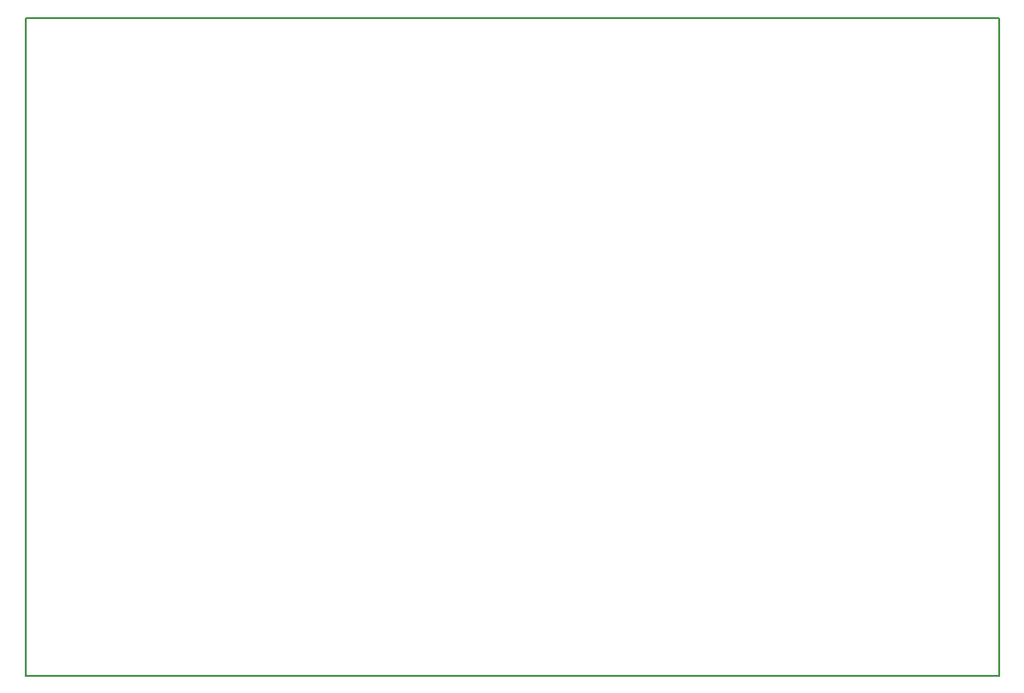
<source format=gbr>
%TF.GenerationSoftware,KiCad,Pcbnew,(7.0.0)*%
%TF.CreationDate,2023-03-22T11:51:58+01:00*%
%TF.ProjectId,ttl-to-rs485-proto,74746c2d-746f-42d7-9273-3438352d7072,rev?*%
%TF.SameCoordinates,Original*%
%TF.FileFunction,Profile,NP*%
%FSLAX46Y46*%
G04 Gerber Fmt 4.6, Leading zero omitted, Abs format (unit mm)*
G04 Created by KiCad (PCBNEW (7.0.0)) date 2023-03-22 11:51:58*
%MOMM*%
%LPD*%
G01*
G04 APERTURE LIST*
%TA.AperFunction,Profile*%
%ADD10C,0.200000*%
%TD*%
G04 APERTURE END LIST*
D10*
X96520000Y-53340000D02*
X182880000Y-53340000D01*
X182880000Y-53340000D02*
X182880000Y-111760000D01*
X182880000Y-111760000D02*
X96520000Y-111760000D01*
X96520000Y-111760000D02*
X96520000Y-53340000D01*
M02*

</source>
